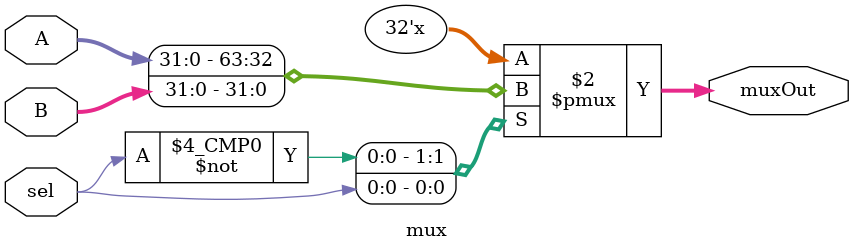
<source format=v>
module mux(
	
	//inputs
	input[31:0] A, B,
	input sel,
	
	//outputs
	output reg[31:0] muxOut
);

	always @ (*) begin
		case(sel)
			1'b0	:	muxOut <= A; //se canal de selecao eh igual a 0, passa A
			1'b1	:	muxOut <= B; //se canal de selecao eh igual a 1, passa B
		endcase
	end	
endmodule
	
</source>
